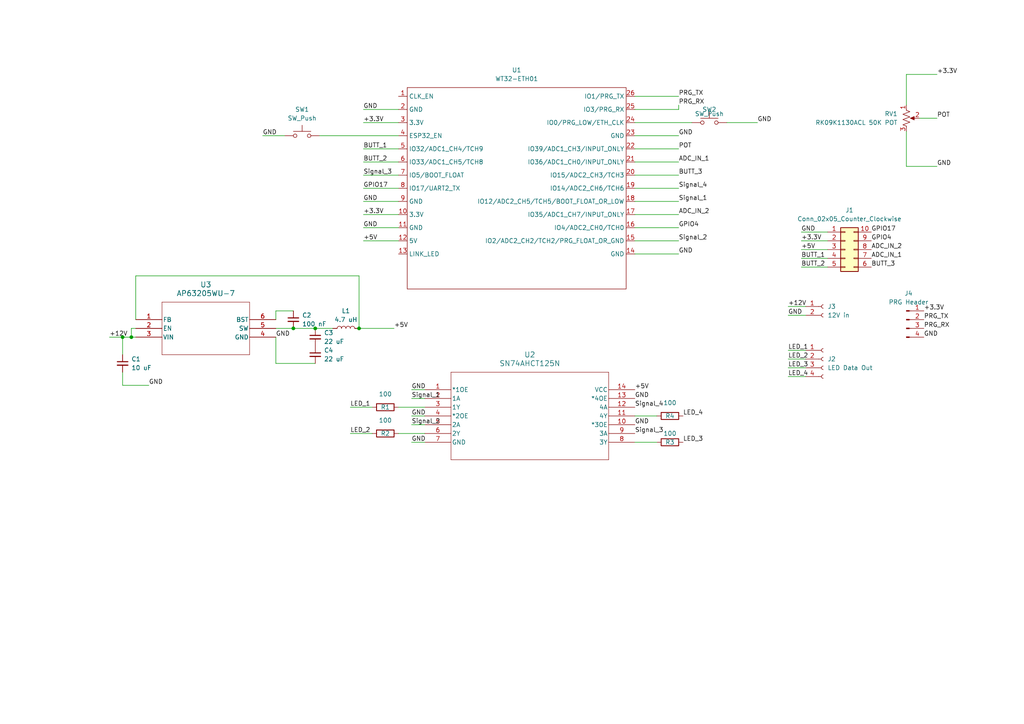
<source format=kicad_sch>
(kicad_sch (version 20230121) (generator eeschema)
  (paper "A4")
  (lib_symbols
    (symbol "Connector:Conn_01x02_Socket" (pin_names (offset 1.016) hide)
      (property "Reference" "J" (at 0 2.54 0))
      (property "Value" "Conn_01x02_Socket" (at 0 -5.08 0))
      (symbol "Conn_01x02_Socket_1_1"
        (arc (start 0 -2.032) (mid -0.5058 -2.54) (end 0 -3.048) (stroke (width 0.1524)))
        (polyline (pts (xy -1.27 -2.54) (xy -0.508 -2.54)) (stroke (width 0.1524)))
        (polyline (pts (xy -1.27 0) (xy -0.508 0)) (stroke (width 0.1524)))
        (arc (start 0 0.508) (mid -0.5058 0) (end 0 -0.508) (stroke (width 0.1524)))
        (pin passive line (at -5.08 0 0) (length 3.81) (name "Pin_1") (number "1"))
        (pin passive line (at -5.08 -2.54 0) (length 3.81) (name "Pin_2") (number "2"))
      )
    )
    (symbol "Connector:Conn_01x04_Pin" (pin_names (offset 1.016) hide)
      (property "Reference" "J" (at 0 5.08 0))
      (property "Value" "Conn_01x04_Pin" (at 0 -7.62 0))
      (symbol "Conn_01x04_Pin_1_1"
        (polyline (pts (xy 1.27 -5.08) (xy 0.8636 -5.08)) (stroke (width 0.1524)))
        (polyline (pts (xy 1.27 -2.54) (xy 0.8636 -2.54)) (stroke (width 0.1524)))
        (polyline (pts (xy 1.27 0) (xy 0.8636 0)) (stroke (width 0.1524)))
        (polyline (pts (xy 1.27 2.54) (xy 0.8636 2.54)) (stroke (width 0.1524)))
        (rectangle (start 0.8636 -4.953) (end 0 -5.207) (stroke (width 0.1524)) (fill (type outline)))
        (rectangle (start 0.8636 -2.413) (end 0 -2.667) (stroke (width 0.1524)) (fill (type outline)))
        (rectangle (start 0.8636 0.127) (end 0 -0.127) (stroke (width 0.1524)) (fill (type outline)))
        (rectangle (start 0.8636 2.667) (end 0 2.413) (stroke (width 0.1524)) (fill (type outline)))
        (pin passive line (at 5.08 2.54 180) (length 3.81) (name "Pin_1") (number "1"))
        (pin passive line (at 5.08 0 180) (length 3.81) (name "Pin_2") (number "2"))
        (pin passive line (at 5.08 -2.54 180) (length 3.81) (name "Pin_3") (number "3"))
        (pin passive line (at 5.08 -5.08 180) (length 3.81) (name "Pin_4") (number "4"))
      )
    )
    (symbol "Connector:Conn_01x04_Socket" (pin_names (offset 1.016) hide)
      (property "Reference" "J" (at 0 5.08 0))
      (property "Value" "Conn_01x04_Socket" (at 0 -7.62 0))
      (symbol "Conn_01x04_Socket_1_1"
        (arc (start 0 -4.572) (mid -0.5058 -5.08) (end 0 -5.588) (stroke (width 0.1524)))
        (arc (start 0 -2.032) (mid -0.5058 -2.54) (end 0 -3.048) (stroke (width 0.1524)))
        (polyline (pts (xy -1.27 -5.08) (xy -0.508 -5.08)) (stroke (width 0.1524)))
        (polyline (pts (xy -1.27 -2.54) (xy -0.508 -2.54)) (stroke (width 0.1524)))
        (polyline (pts (xy -1.27 0) (xy -0.508 0)) (stroke (width 0.1524)))
        (polyline (pts (xy -1.27 2.54) (xy -0.508 2.54)) (stroke (width 0.1524)))
        (arc (start 0 0.508) (mid -0.5058 0) (end 0 -0.508) (stroke (width 0.1524)))
        (arc (start 0 3.048) (mid -0.5058 2.54) (end 0 2.032) (stroke (width 0.1524)))
        (pin passive line (at -5.08 2.54 0) (length 3.81) (name "Pin_1") (number "1"))
        (pin passive line (at -5.08 0 0) (length 3.81) (name "Pin_2") (number "2"))
        (pin passive line (at -5.08 -2.54 0) (length 3.81) (name "Pin_3") (number "3"))
        (pin passive line (at -5.08 -5.08 0) (length 3.81) (name "Pin_4") (number "4"))
      )
    )
    (symbol "Connector_Generic:Conn_02x05_Counter_Clockwise" (pin_names (offset 1.016) hide)
      (property "Reference" "J" (at 1.27 7.62 0))
      (property "Value" "Conn_02x05_Counter_Clockwise" (at 1.27 -7.62 0))
      (symbol "Conn_02x05_Counter_Clockwise_1_1"
        (rectangle (start -1.27 -4.953) (end 0 -5.207) (stroke (width 0.1524)))
        (rectangle (start -1.27 -2.413) (end 0 -2.667) (stroke (width 0.1524)))
        (rectangle (start -1.27 0.127) (end 0 -0.127) (stroke (width 0.1524)))
        (rectangle (start -1.27 2.667) (end 0 2.413) (stroke (width 0.1524)))
        (rectangle (start -1.27 5.207) (end 0 4.953) (stroke (width 0.1524)))
        (rectangle (start -1.27 6.35) (end 3.81 -6.35) (stroke (width 0.254)) (fill (type background)))
        (rectangle (start 3.81 -4.953) (end 2.54 -5.207) (stroke (width 0.1524)))
        (rectangle (start 3.81 -2.413) (end 2.54 -2.667) (stroke (width 0.1524)))
        (rectangle (start 3.81 0.127) (end 2.54 -0.127) (stroke (width 0.1524)))
        (rectangle (start 3.81 2.667) (end 2.54 2.413) (stroke (width 0.1524)))
        (rectangle (start 3.81 5.207) (end 2.54 4.953) (stroke (width 0.1524)))
        (pin passive line (at -5.08 5.08 0) (length 3.81) (name "Pin_1") (number "1"))
        (pin passive line (at 7.62 5.08 180) (length 3.81) (name "Pin_10") (number "10"))
        (pin passive line (at -5.08 2.54 0) (length 3.81) (name "Pin_2") (number "2"))
        (pin passive line (at -5.08 0 0) (length 3.81) (name "Pin_3") (number "3"))
        (pin passive line (at -5.08 -2.54 0) (length 3.81) (name "Pin_4") (number "4"))
        (pin passive line (at -5.08 -5.08 0) (length 3.81) (name "Pin_5") (number "5"))
        (pin passive line (at 7.62 -5.08 180) (length 3.81) (name "Pin_6") (number "6"))
        (pin passive line (at 7.62 -2.54 180) (length 3.81) (name "Pin_7") (number "7"))
        (pin passive line (at 7.62 0 180) (length 3.81) (name "Pin_8") (number "8"))
        (pin passive line (at 7.62 2.54 180) (length 3.81) (name "Pin_9") (number "9"))
      )
    )
    (symbol "Custom_Symbols:AP63205WU-7" (pin_names (offset 0.254))
      (property "Reference" "U" (at 20.32 10.16 0))
      (property "Value" "AP63205WU-7" (at 20.32 7.62 0))
      (symbol "AP63205WU-7_0_1"
        (polyline (pts (xy 7.62 -10.16) (xy 33.02 -10.16)) (stroke (width 0.127)))
        (polyline (pts (xy 7.62 5.08) (xy 7.62 -10.16)) (stroke (width 0.127)))
        (polyline (pts (xy 33.02 -10.16) (xy 33.02 5.08)) (stroke (width 0.127)))
        (polyline (pts (xy 33.02 5.08) (xy 7.62 5.08)) (stroke (width 0.127)))
        (pin unspecified line (at 0 0 0) (length 7.62) (name "FB") (number "1"))
        (pin unspecified line (at 0 -2.54 0) (length 7.62) (name "EN") (number "2"))
        (pin unspecified line (at 0 -5.08 0) (length 7.62) (name "VIN") (number "3"))
        (pin power_out line (at 40.64 -5.08 180) (length 7.62) (name "GND") (number "4"))
        (pin unspecified line (at 40.64 -2.54 180) (length 7.62) (name "SW") (number "5"))
        (pin unspecified line (at 40.64 0 180) (length 7.62) (name "BST") (number "6"))
      )
    )
    (symbol "Custom_Symbols:SN74AHCT125N" (pin_names (offset 0.254))
      (property "Reference" "U" (at 30.48 10.16 0))
      (property "Value" "SN74AHCT125N" (at 30.48 7.62 0))
      (symbol "SN74AHCT125N_0_1"
        (polyline (pts (xy 7.62 -20.32) (xy 53.34 -20.32)) (stroke (width 0.127)))
        (polyline (pts (xy 7.62 5.08) (xy 7.62 -20.32)) (stroke (width 0.127)))
        (polyline (pts (xy 53.34 -20.32) (xy 53.34 5.08)) (stroke (width 0.127)))
        (polyline (pts (xy 53.34 5.08) (xy 7.62 5.08)) (stroke (width 0.127)))
        (pin input line (at 0 0 0) (length 7.62) (name "*1OE") (number "1"))
        (pin input line (at 60.96 -10.16 180) (length 7.62) (name "*3OE") (number "10"))
        (pin unspecified line (at 60.96 -7.62 180) (length 7.62) (name "4Y") (number "11"))
        (pin input line (at 60.96 -5.08 180) (length 7.62) (name "4A") (number "12"))
        (pin input line (at 60.96 -2.54 180) (length 7.62) (name "*4OE") (number "13"))
        (pin power_in line (at 60.96 0 180) (length 7.62) (name "VCC") (number "14"))
        (pin input line (at 0 -2.54 0) (length 7.62) (name "1A") (number "2"))
        (pin unspecified line (at 0 -5.08 0) (length 7.62) (name "1Y") (number "3"))
        (pin input line (at 0 -7.62 0) (length 7.62) (name "*2OE") (number "4"))
        (pin input line (at 0 -10.16 0) (length 7.62) (name "2A") (number "5"))
        (pin unspecified line (at 0 -12.7 0) (length 7.62) (name "2Y") (number "6"))
        (pin power_in line (at 0 -15.24 0) (length 7.62) (name "GND") (number "7"))
        (pin unspecified line (at 60.96 -15.24 180) (length 7.62) (name "3Y") (number "8"))
        (pin input line (at 60.96 -12.7 180) (length 7.62) (name "3A") (number "9"))
      )
    )
    (symbol "Device:C_Small" (pin_numbers hide) (pin_names (offset 0.254) hide)
      (property "Reference" "C" (at 0.254 1.778 0))
      (property "Value" "C_Small" (at 0.254 -2.032 0))
      (symbol "C_Small_0_1"
        (polyline (pts (xy -1.524 -0.508) (xy 1.524 -0.508)) (stroke (width 0.3302)))
        (polyline (pts (xy -1.524 0.508) (xy 1.524 0.508)) (stroke (width 0.3048)))
      )
      (symbol "C_Small_1_1"
        (pin passive line (at 0 2.54 270) (length 2.032) (name "~") (number "1"))
        (pin passive line (at 0 -2.54 90) (length 2.032) (name "~") (number "2"))
      )
    )
    (symbol "Device:L" (pin_numbers hide) (pin_names (offset 1.016) hide)
      (property "Reference" "L" (at -1.27 0 90))
      (property "Value" "L" (at 1.905 0 90))
      (symbol "L_0_1"
        (arc (start 0 -2.54) (mid 0.6323 -1.905) (end 0 -1.27))
        (arc (start 0 -1.27) (mid 0.6323 -0.635) (end 0 0))
        (arc (start 0 0) (mid 0.6323 0.635) (end 0 1.27))
        (arc (start 0 1.27) (mid 0.6323 1.905) (end 0 2.54))
      )
      (symbol "L_1_1"
        (pin passive line (at 0 3.81 270) (length 1.27) (name "1") (number "1"))
        (pin passive line (at 0 -3.81 90) (length 1.27) (name "2") (number "2"))
      )
    )
    (symbol "Device:R" (pin_numbers hide) (pin_names (offset 0))
      (property "Reference" "R" (at 2.032 0 90))
      (property "Value" "R" (at 0 0 90))
      (symbol "R_0_1"
        (rectangle (start -1.016 -2.54) (end 1.016 2.54) (stroke (width 0.254)))
      )
      (symbol "R_1_1"
        (pin passive line (at 0 3.81 270) (length 1.27) (name "~") (number "1"))
        (pin passive line (at 0 -3.81 90) (length 1.27) (name "~") (number "2"))
      )
    )
    (symbol "Device:R_Potentiometer_US" (pin_names (offset 1.016) hide)
      (property "Reference" "RV" (at -4.445 0 90))
      (property "Value" "R_Potentiometer_US" (at -2.54 0 90))
      (symbol "R_Potentiometer_US_0_1"
        (polyline (pts (xy 0 -2.286) (xy 0 -2.54)))
        (polyline (pts (xy 0 2.54) (xy 0 2.286)))
        (polyline (pts (xy 2.54 0) (xy 1.524 0)))
        (polyline (pts (xy 1.143 0) (xy 2.286 0.508) (xy 2.286 -0.508) (xy 1.143 0)) (fill (type outline)))
        (polyline (pts (xy 0 -0.762) (xy 1.016 -1.143) (xy 0 -1.524) (xy -1.016 -1.905) (xy 0 -2.286)))
        (polyline (pts (xy 0 0.762) (xy 1.016 0.381) (xy 0 0) (xy -1.016 -0.381) (xy 0 -0.762)))
        (polyline (pts (xy 0 2.286) (xy 1.016 1.905) (xy 0 1.524) (xy -1.016 1.143) (xy 0 0.762)))
      )
      (symbol "R_Potentiometer_US_1_1"
        (pin passive line (at 0 3.81 270) (length 1.27) (name "1") (number "1"))
        (pin passive line (at 3.81 0 180) (length 1.27) (name "2") (number "2"))
        (pin passive line (at 0 -3.81 90) (length 1.27) (name "3") (number "3"))
      )
    )
    (symbol "Switch:SW_Push" (pin_numbers hide) (pin_names (offset 1.016) hide)
      (property "Reference" "SW" (at 1.27 2.54 0))
      (property "Value" "SW_Push" (at 0 -1.524 0))
      (symbol "SW_Push_0_1"
        (circle (center -2.032 0) (radius 0.508))
        (polyline (pts (xy 0 1.27) (xy 0 3.048)))
        (polyline (pts (xy 2.54 1.27) (xy -2.54 1.27)))
        (circle (center 2.032 0) (radius 0.508))
        (pin passive line (at -5.08 0 0) (length 2.54) (name "1") (number "1"))
        (pin passive line (at 5.08 0 180) (length 2.54) (name "2") (number "2"))
      )
    )
    (symbol "WT32-ETH01:WT32-ETH01"
      (property "Reference" "U" (at 0 -22.86 0))
      (property "Value" "WT32-ETH01" (at 0 -25.4 0))
      (symbol "WT32-ETH01_0_1"
        (rectangle (start -31.75 29.21) (end 31.75 -29.21))
      )
      (symbol "WT32-ETH01_1_1"
        (pin bidirectional line (at -34.29 26.67 0) (length 2.54) (name "CLK_EN") (number "1"))
        (pin power_out line (at -34.29 -7.62 0) (length 2.54) (name "3.3V") (number "10"))
        (pin power_in line (at -34.29 -11.43 0) (length 2.54) (name "GND") (number "11"))
        (pin power_in line (at -34.29 -15.24 0) (length 2.54) (name "5V") (number "12"))
        (pin output line (at -34.29 -19.05 0) (length 2.54) (name "LINK_LED") (number "13"))
        (pin power_in line (at 34.29 -19.05 180) (length 2.54) (name "GND") (number "14"))
        (pin bidirectional line (at 34.29 -15.24 180) (length 2.54) (name "IO2/ADC2_CH2/TCH2/PRG_FLOAT_OR_GND") (number "15"))
        (pin bidirectional line (at 34.29 -11.43 180) (length 2.54) (name "IO4/ADC2_CH0/TCH0") (number "16"))
        (pin input line (at 34.29 -7.62 180) (length 2.54) (name "IO35/ADC1_CH7/INPUT_ONLY") (number "17"))
        (pin bidirectional line (at 34.29 -3.81 180) (length 2.54) (name "IO12/ADC2_CH5/TCH5/BOOT_FLOAT_OR_LOW") (number "18"))
        (pin bidirectional line (at 34.29 0 180) (length 2.54) (name "IO14/ADC2_CH6/TCH6") (number "19"))
        (pin power_in line (at -34.29 22.86 0) (length 2.54) (name "GND") (number "2"))
        (pin bidirectional line (at 34.29 3.81 180) (length 2.54) (name "IO15/ADC2_CH3/TCH3") (number "20"))
        (pin input line (at 34.29 7.62 180) (length 2.54) (name "IO36/ADC1_CH0/INPUT_ONLY") (number "21"))
        (pin input line (at 34.29 11.43 180) (length 2.54) (name "IO39/ADC1_CH3/INPUT_ONLY") (number "22"))
        (pin power_in line (at 34.29 15.24 180) (length 2.54) (name "GND") (number "23"))
        (pin bidirectional line (at 34.29 19.05 180) (length 2.54) (name "IO0/PRG_LOW/ETH_CLK") (number "24"))
        (pin bidirectional line (at 34.29 22.86 180) (length 2.54) (name "IO3/PRG_RX") (number "25"))
        (pin bidirectional line (at 34.29 26.67 180) (length 2.54) (name "IO1/PRG_TX") (number "26"))
        (pin power_out line (at -34.29 19.05 0) (length 2.54) (name "3.3V") (number "3"))
        (pin bidirectional line (at -34.29 15.24 0) (length 2.54) (name "ESP32_EN") (number "4"))
        (pin bidirectional line (at -34.29 11.43 0) (length 2.54) (name "IO32/ADC1_CH4/TCH9") (number "5"))
        (pin bidirectional line (at -34.29 7.62 0) (length 2.54) (name "IO33/ADC1_CH5/TCH8") (number "6"))
        (pin bidirectional line (at -34.29 3.81 0) (length 2.54) (name "IO5/BOOT_FLOAT") (number "7"))
        (pin bidirectional line (at -34.29 0 0) (length 2.54) (name "IO17/UART2_TX") (number "8"))
        (pin power_in line (at -34.29 -3.81 0) (length 2.54) (name "GND") (number "9"))
      )
    )
  )
  (junction (at 91.44 95.25))
  (junction (at 85.09 95.25))
  (junction (at 38.1 97.79))
  (junction (at 104.14 95.25))
  (junction (at 35.56 97.79))
  (wire (pts (xy 101.6 125.73) (xy 107.95 125.73)))
  (wire (pts (xy 35.56 107.95) (xy 35.56 111.76)))
  (wire (pts (xy 184.15 62.23) (xy 196.85 62.23)))
  (wire (pts (xy 184.15 58.42) (xy 196.85 58.42)))
  (wire (pts (xy 196.85 30.48) (xy 196.85 31.75)))
  (wire (pts (xy 262.89 48.26) (xy 271.78 48.26)))
  (wire (pts (xy 105.41 69.85) (xy 115.57 69.85)))
  (wire (pts (xy 184.15 39.37) (xy 196.85 39.37)))
  (wire (pts (xy 184.15 66.04) (xy 196.85 66.04)))
  (wire (pts (xy 184.15 120.65) (xy 190.5 120.65)))
  (wire (pts (xy 31.75 97.79) (xy 35.56 97.79)))
  (wire (pts (xy 80.01 95.25) (xy 85.09 95.25)))
  (wire (pts (xy 184.15 54.61) (xy 196.85 54.61)))
  (wire (pts (xy 184.15 31.75) (xy 196.85 31.75)))
  (wire (pts (xy 119.38 128.27) (xy 123.19 128.27)))
  (wire (pts (xy 39.37 92.71) (xy 39.37 80.01)))
  (wire (pts (xy 104.14 80.01) (xy 104.14 95.25)))
  (wire (pts (xy 92.71 39.37) (xy 115.57 39.37)))
  (wire (pts (xy 115.57 125.73) (xy 123.19 125.73)))
  (wire (pts (xy 232.41 77.47) (xy 240.03 77.47)))
  (wire (pts (xy 38.1 95.25) (xy 38.1 97.79)))
  (wire (pts (xy 35.56 111.76) (xy 43.18 111.76)))
  (wire (pts (xy 105.41 35.56) (xy 115.57 35.56)))
  (wire (pts (xy 184.15 50.8) (xy 196.85 50.8)))
  (wire (pts (xy 39.37 80.01) (xy 104.14 80.01)))
  (wire (pts (xy 266.7 34.29) (xy 271.78 34.29)))
  (wire (pts (xy 228.6 101.6) (xy 233.68 101.6)))
  (wire (pts (xy 262.89 30.48) (xy 262.89 21.59)))
  (wire (pts (xy 119.38 113.03) (xy 123.19 113.03)))
  (wire (pts (xy 105.41 54.61) (xy 115.57 54.61)))
  (wire (pts (xy 228.6 88.9) (xy 233.68 88.9)))
  (wire (pts (xy 232.41 67.31) (xy 240.03 67.31)))
  (wire (pts (xy 210.82 35.56) (xy 219.71 35.56)))
  (wire (pts (xy 115.57 118.11) (xy 123.19 118.11)))
  (wire (pts (xy 39.37 95.25) (xy 38.1 95.25)))
  (wire (pts (xy 105.41 46.99) (xy 115.57 46.99)))
  (wire (pts (xy 184.15 27.94) (xy 196.85 27.94)))
  (wire (pts (xy 105.41 31.75) (xy 115.57 31.75)))
  (wire (pts (xy 119.38 120.65) (xy 123.19 120.65)))
  (wire (pts (xy 91.44 95.25) (xy 96.52 95.25)))
  (wire (pts (xy 76.2 39.37) (xy 82.55 39.37)))
  (wire (pts (xy 35.56 97.79) (xy 38.1 97.79)))
  (wire (pts (xy 101.6 118.11) (xy 107.95 118.11)))
  (wire (pts (xy 228.6 106.68) (xy 233.68 106.68)))
  (wire (pts (xy 105.41 50.8) (xy 115.57 50.8)))
  (wire (pts (xy 184.15 73.66) (xy 196.85 73.66)))
  (wire (pts (xy 232.41 72.39) (xy 240.03 72.39)))
  (wire (pts (xy 184.15 128.27) (xy 190.5 128.27)))
  (wire (pts (xy 119.38 115.57) (xy 123.19 115.57)))
  (wire (pts (xy 184.15 43.18) (xy 196.85 43.18)))
  (wire (pts (xy 105.41 66.04) (xy 115.57 66.04)))
  (wire (pts (xy 104.14 95.25) (xy 114.3 95.25)))
  (wire (pts (xy 80.01 90.17) (xy 80.01 92.71)))
  (wire (pts (xy 38.1 97.79) (xy 39.37 97.79)))
  (wire (pts (xy 232.41 69.85) (xy 240.03 69.85)))
  (wire (pts (xy 85.09 95.25) (xy 91.44 95.25)))
  (wire (pts (xy 85.09 90.17) (xy 80.01 90.17)))
  (wire (pts (xy 105.41 58.42) (xy 115.57 58.42)))
  (wire (pts (xy 184.15 46.99) (xy 196.85 46.99)))
  (wire (pts (xy 228.6 91.44) (xy 233.68 91.44)))
  (wire (pts (xy 35.56 97.79) (xy 35.56 102.87)))
  (wire (pts (xy 184.15 35.56) (xy 200.66 35.56)))
  (wire (pts (xy 105.41 62.23) (xy 115.57 62.23)))
  (wire (pts (xy 262.89 38.1) (xy 262.89 48.26)))
  (wire (pts (xy 119.38 123.19) (xy 123.19 123.19)))
  (wire (pts (xy 91.44 105.41) (xy 80.01 105.41)))
  (wire (pts (xy 184.15 69.85) (xy 196.85 69.85)))
  (wire (pts (xy 80.01 105.41) (xy 80.01 97.79)))
  (wire (pts (xy 228.6 104.14) (xy 233.68 104.14)))
  (wire (pts (xy 105.41 43.18) (xy 115.57 43.18)))
  (wire (pts (xy 232.41 74.93) (xy 240.03 74.93)))
  (wire (pts (xy 228.6 109.22) (xy 233.68 109.22)))
  (wire (pts (xy 262.89 21.59) (xy 271.78 21.59)))
  (label "GND" (at 105.41 66.04 0))
  (label "PRG_TX" (at 196.85 27.94 0))
  (label "LED_4" (at 198.12 120.65 0))
  (label "GND" (at 119.38 120.65 0))
  (label "GND" (at 196.85 73.66 0))
  (label "BUTT_1" (at 105.41 43.18 0))
  (label "GND" (at 271.78 48.26 0))
  (label "GND" (at 80.01 97.79 0))
  (label "LED_1" (at 228.6 101.6 0))
  (label "Signal_1" (at 119.38 115.57 0))
  (label "+5V" (at 232.41 72.39 0))
  (label "Signal_2" (at 196.85 69.85 0))
  (label "GND" (at 228.6 91.44 0))
  (label "+5V" (at 105.41 69.85 0))
  (label "GND" (at 184.15 123.19 0))
  (label "+3.3V" (at 232.41 69.85 0))
  (label "GPIO4" (at 196.85 66.04 0))
  (label "Signal_4" (at 184.15 118.11 0))
  (label "Signal_3" (at 105.41 50.8 0))
  (label "LED_4" (at 228.6 109.22 0))
  (label "LED_2" (at 101.6 125.73 0))
  (label "Signal_3" (at 184.15 125.73 0))
  (label "GPIO4" (at 252.73 69.85 0))
  (label "BUTT_3" (at 196.85 50.8 0))
  (label "GND" (at 76.2 39.37 0))
  (label "+3.3V" (at 105.41 62.23 0))
  (label "LED_1" (at 101.6 118.11 0))
  (label "ADC_IN_2" (at 196.85 62.23 0))
  (label "ADC_IN_1" (at 196.85 46.99 0))
  (label "ADC_IN_2" (at 252.73 72.39 0))
  (label "GND" (at 119.38 128.27 0))
  (label "BUTT_1" (at 232.41 74.93 0))
  (label "GND" (at 184.15 115.57 0))
  (label "GND" (at 119.38 113.03 0))
  (label "PRG_RX" (at 196.85 30.48 0))
  (label "LED_2" (at 228.6 104.14 0))
  (label "GND" (at 43.18 111.76 0))
  (label "GPIO17" (at 252.73 67.31 0))
  (label "GND" (at 105.41 58.42 0))
  (label "LED_3" (at 228.6 106.68 0))
  (label "GPIO17" (at 105.41 54.61 0))
  (label "GND" (at 267.97 97.79 0))
  (label "LED_3" (at 198.12 128.27 0))
  (label "PRG_RX" (at 267.97 95.25 0))
  (label "+3.3V" (at 105.41 35.56 0))
  (label "GND" (at 219.71 35.56 0))
  (label "+5V" (at 114.3 95.25 0))
  (label "+12V" (at 228.6 88.9 0))
  (label "+5V" (at 184.15 113.03 0))
  (label "GND" (at 105.41 31.75 0))
  (label "BUTT_2" (at 232.41 77.47 0))
  (label "GND" (at 196.85 39.37 0))
  (label "ADC_IN_1" (at 252.73 74.93 0))
  (label "+3.3V" (at 267.97 90.17 0))
  (label "POT" (at 271.78 34.29 0))
  (label "+3.3V" (at 271.78 21.59 0))
  (label "Signal_1" (at 196.85 58.42 0))
  (label "GND" (at 232.41 67.31 0))
  (label "BUTT_2" (at 105.41 46.99 0))
  (label "Signal_2" (at 119.38 123.19 0))
  (label "POT" (at 196.85 43.18 0))
  (label "+12V" (at 31.75 97.79 0))
  (label "BUTT_3" (at 252.73 77.47 0))
  (label "PRG_TX" (at 267.97 92.71 0))
  (label "Signal_4" (at 196.85 54.61 0))
  (symbol (lib_id "Device:R") (at 194.31 128.27 90) (unit 1)
    (property "Reference" "R3" (at 194.31 128.27 90))
    (property "Value" "100" (at 194.31 125.73 90))
    (property "Footprint" "Resistor_SMD:R_0805_2012Metric" (effects hide))
  )
  (symbol (lib_id "Switch:SW_Push") (at 205.74 35.56 0) (unit 1)
    (property "Reference" "SW2" (at 205.74 31.75 0))
    (property "Value" "SW_Push" (at 205.74 33.02 0))
    (property "Footprint" "Custom:TSC015 Tactile switch" (effects hide))
  )
  (symbol (lib_id "Device:L") (at 100.33 95.25 90) (unit 1)
    (property "Reference" "L1" (at 100.33 90.17 90))
    (property "Value" "4.7 uH" (at 100.33 92.71 90))
    (property "Footprint" "Inductor_SMD:L_Sunlord_MWSA0402S" (effects hide))
  )
  (symbol (lib_id "Device:C_Small") (at 91.44 102.87 0) (unit 1)
    (property "Reference" "C4" (at 93.98 101.6063 0) (effects (justify left)))
    (property "Value" "22 uF" (at 93.98 104.1463 0) (effects (justify left)))
    (property "Footprint" "Capacitor_SMD:C_0805_2012Metric" (effects hide))
  )
  (symbol (lib_id "Connector:Conn_01x02_Socket") (at 238.76 88.9 0) (unit 1)
    (property "Reference" "J3" (at 240.03 88.9 0) (effects (justify left)))
    (property "Value" "12V in" (at 240.03 91.44 0) (effects (justify left)))
    (property "Footprint" "TerminalBlock:TerminalBlock_bornier-2_P5.08mm" (effects hide))
  )
  (symbol (lib_id "Switch:SW_Push") (at 87.63 39.37 0) (unit 1)
    (property "Reference" "SW1" (at 87.63 31.75 0))
    (property "Value" "SW_Push" (at 87.63 34.29 0))
    (property "Footprint" "Custom:TSC015 Tactile switch" (effects hide))
  )
  (symbol (lib_id "Device:C_Small") (at 35.56 105.41 0) (unit 1)
    (property "Reference" "C1" (at 38.1 104.1463 0) (effects (justify left)))
    (property "Value" "10 uF" (at 38.1 106.6863 0) (effects (justify left)))
    (property "Footprint" "Capacitor_SMD:C_0805_2012Metric" (effects hide))
  )
  (symbol (lib_id "Custom_Symbols:AP63205WU-7") (at 39.37 92.71 0) (unit 1)
    (property "Reference" "U3" (at 59.69 82.55 0) (effects (font (size 1.524 1.524))))
    (property "Value" "AP63205WU-7" (at 59.69 85.09 0) (effects (font (size 1.524 1.524))))
    (property "Footprint" "AP63205WU-7:SOIC_05WU-7_DIO" (effects hide))
    (property "Datasheet" "AP63205WU-7" (effects hide))
  )
  (symbol (lib_id "Device:R") (at 111.76 118.11 90) (unit 1)
    (property "Reference" "R1" (at 111.76 118.11 90))
    (property "Value" "100" (at 111.76 114.3 90))
    (property "Footprint" "Resistor_SMD:R_0805_2012Metric" (effects hide))
  )
  (symbol (lib_id "Device:R_Potentiometer_US") (at 262.89 34.29 0) (unit 1)
    (property "Reference" "RV1" (at 260.35 33.02 0) (effects (justify right)))
    (property "Value" "RK09K1130ACL 50K POT" (at 260.35 35.56 0) (effects (justify right)))
    (property "Footprint" "Potentiometer_THT:Potentiometer_Alps_RK09K_Single_Vertical" (effects hide))
  )
  (symbol (lib_id "Device:C_Small") (at 85.09 92.71 0) (unit 1)
    (property "Reference" "C2" (at 87.63 91.4463 0) (effects (justify left)))
    (property "Value" "100 nF" (at 87.63 93.9863 0) (effects (justify left)))
    (property "Footprint" "Capacitor_SMD:C_0603_1608Metric" (effects hide))
  )
  (symbol (lib_id "Device:R") (at 111.76 125.73 90) (unit 1)
    (property "Reference" "R2" (at 111.76 125.73 90))
    (property "Value" "100" (at 111.76 121.92 90))
    (property "Footprint" "Resistor_SMD:R_0805_2012Metric" (effects hide))
  )
  (symbol (lib_id "Connector:Conn_01x04_Socket") (at 238.76 104.14 0) (unit 1)
    (property "Reference" "J2" (at 240.03 104.14 0) (effects (justify left)))
    (property "Value" "LED Data Out" (at 240.03 106.68 0) (effects (justify left)))
    (property "Footprint" "TerminalBlock:TerminalBlock_bornier-4_P5.08mm" (effects hide))
  )
  (symbol (lib_id "Connector_Generic:Conn_02x05_Counter_Clockwise") (at 245.11 72.39 0) (unit 1)
    (property "Reference" "J1" (at 246.38 60.96 0))
    (property "Value" "Conn_02x05_Counter_Clockwise" (at 246.38 63.5 0))
    (property "Footprint" "Connector_PinHeader_2.54mm:PinHeader_2x05_P2.54mm_Vertical" (effects hide))
  )
  (symbol (lib_id "Device:C_Small") (at 91.44 97.79 0) (unit 1)
    (property "Reference" "C3" (at 93.98 96.5263 0) (effects (justify left)))
    (property "Value" "22 uF" (at 93.98 99.0663 0) (effects (justify left)))
    (property "Footprint" "Capacitor_SMD:C_0805_2012Metric" (effects hide))
  )
  (symbol (lib_id "Device:R") (at 194.31 120.65 90) (unit 1)
    (property "Reference" "R4" (at 194.31 120.65 90))
    (property "Value" "100" (at 194.31 116.84 90))
    (property "Footprint" "Resistor_SMD:R_0805_2012Metric" (effects hide))
  )
  (symbol (lib_id "Custom_Symbols:SN74AHCT125N") (at 123.19 113.03 0) (unit 1)
    (property "Reference" "U2" (at 153.67 102.87 0) (effects (font (size 1.524 1.524))))
    (property "Value" "SN74AHCT125N" (at 153.67 105.41 0) (effects (font (size 1.524 1.524))))
    (property "Footprint" "Custom:N14" (effects hide))
    (property "Datasheet" "SN74AHCT125N" (effects hide))
  )
  (symbol (lib_id "Connector:Conn_01x04_Pin") (at 262.89 92.71 0) (unit 1)
    (property "Reference" "J4" (at 263.525 85.09 0))
    (property "Value" "PRG Header" (at 263.525 87.63 0))
    (property "Footprint" "Connector_PinHeader_2.54mm:PinHeader_1x04_P2.54mm_Vertical" (effects hide))
  )
  (symbol (lib_id "WT32-ETH01:WT32-ETH01") (at 149.86 54.61 0) (unit 1)
    (property "Reference" "U1" (at 149.86 20.32 0))
    (property "Value" "WT32-ETH01" (at 149.86 22.86 0))
  )
)
</source>
